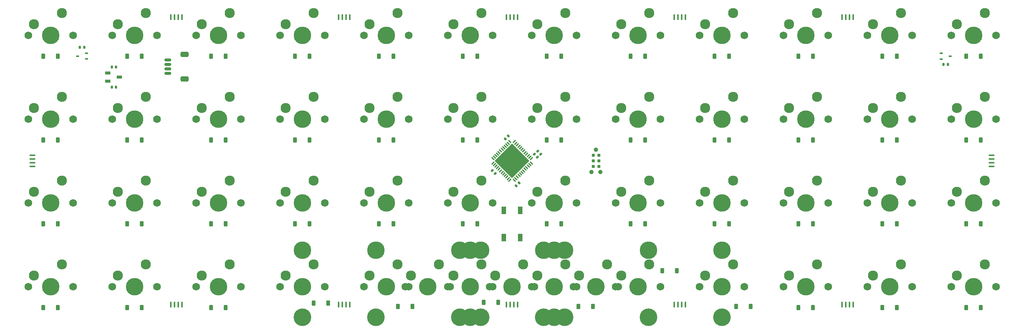
<source format=gbr>
%TF.GenerationSoftware,KiCad,Pcbnew,7.0.6-7.0.6~ubuntu23.04.1*%
%TF.CreationDate,2023-08-05T22:56:31-04:00*%
%TF.ProjectId,Koneko40Ortho,4b6f6e65-6b6f-4343-904f-7274686f2e6b,rev?*%
%TF.SameCoordinates,Original*%
%TF.FileFunction,Soldermask,Bot*%
%TF.FilePolarity,Negative*%
%FSLAX46Y46*%
G04 Gerber Fmt 4.6, Leading zero omitted, Abs format (unit mm)*
G04 Created by KiCad (PCBNEW 7.0.6-7.0.6~ubuntu23.04.1) date 2023-08-05 22:56:31*
%MOMM*%
%LPD*%
G01*
G04 APERTURE LIST*
G04 Aperture macros list*
%AMRoundRect*
0 Rectangle with rounded corners*
0 $1 Rounding radius*
0 $2 $3 $4 $5 $6 $7 $8 $9 X,Y pos of 4 corners*
0 Add a 4 corners polygon primitive as box body*
4,1,4,$2,$3,$4,$5,$6,$7,$8,$9,$2,$3,0*
0 Add four circle primitives for the rounded corners*
1,1,$1+$1,$2,$3*
1,1,$1+$1,$4,$5*
1,1,$1+$1,$6,$7*
1,1,$1+$1,$8,$9*
0 Add four rect primitives between the rounded corners*
20,1,$1+$1,$2,$3,$4,$5,0*
20,1,$1+$1,$4,$5,$6,$7,0*
20,1,$1+$1,$6,$7,$8,$9,0*
20,1,$1+$1,$8,$9,$2,$3,0*%
%AMRotRect*
0 Rectangle, with rotation*
0 The origin of the aperture is its center*
0 $1 length*
0 $2 width*
0 $3 Rotation angle, in degrees counterclockwise*
0 Add horizontal line*
21,1,$1,$2,0,0,$3*%
G04 Aperture macros list end*
%ADD10C,1.750000*%
%ADD11C,3.987800*%
%ADD12C,2.300000*%
%ADD13C,4.000000*%
%ADD14RoundRect,0.105000X0.105000X0.545000X-0.105000X0.545000X-0.105000X-0.545000X0.105000X-0.545000X0*%
%ADD15RoundRect,0.225000X-0.225000X-0.375000X0.225000X-0.375000X0.225000X0.375000X-0.225000X0.375000X0*%
%ADD16RoundRect,0.105000X-0.105000X-0.545000X0.105000X-0.545000X0.105000X0.545000X-0.105000X0.545000X0*%
%ADD17RoundRect,0.062500X-0.220971X-0.309359X0.309359X0.220971X0.220971X0.309359X-0.309359X-0.220971X0*%
%ADD18RoundRect,0.062500X0.220971X-0.309359X0.309359X-0.220971X-0.220971X0.309359X-0.309359X0.220971X0*%
%ADD19RotRect,5.600000X5.600000X45.000000*%
%ADD20R,1.100000X1.800000*%
%ADD21R,0.700000X0.450000*%
%ADD22RoundRect,0.135000X0.135000X0.185000X-0.135000X0.185000X-0.135000X-0.185000X0.135000X-0.185000X0*%
%ADD23RoundRect,0.225000X0.225000X0.375000X-0.225000X0.375000X-0.225000X-0.375000X0.225000X-0.375000X0*%
%ADD24RoundRect,0.140000X-0.021213X0.219203X-0.219203X0.021213X0.021213X-0.219203X0.219203X-0.021213X0*%
%ADD25RoundRect,0.140000X0.021213X-0.219203X0.219203X-0.021213X-0.021213X0.219203X-0.219203X0.021213X0*%
%ADD26C,0.990600*%
%ADD27C,0.787400*%
%ADD28RoundRect,0.140000X-0.219203X-0.021213X-0.021213X-0.219203X0.219203X0.021213X0.021213X0.219203X0*%
%ADD29RoundRect,0.105000X-0.545000X0.105000X-0.545000X-0.105000X0.545000X-0.105000X0.545000X0.105000X0*%
%ADD30RoundRect,0.140000X-0.140000X-0.170000X0.140000X-0.170000X0.140000X0.170000X-0.140000X0.170000X0*%
%ADD31RoundRect,0.135000X-0.135000X-0.185000X0.135000X-0.185000X0.135000X0.185000X-0.135000X0.185000X0*%
%ADD32RoundRect,0.140000X0.219203X0.021213X0.021213X0.219203X-0.219203X-0.021213X-0.021213X-0.219203X0*%
%ADD33R,1.220000X0.650000*%
%ADD34RoundRect,0.105000X0.545000X-0.105000X0.545000X0.105000X-0.545000X0.105000X-0.545000X-0.105000X0*%
%ADD35RoundRect,0.140000X0.140000X0.170000X-0.140000X0.170000X-0.140000X-0.170000X0.140000X-0.170000X0*%
%ADD36RoundRect,0.150000X-0.625000X0.150000X-0.625000X-0.150000X0.625000X-0.150000X0.625000X0.150000X0*%
%ADD37RoundRect,0.250000X-0.650000X0.350000X-0.650000X-0.350000X0.650000X-0.350000X0.650000X0.350000X0*%
G04 APERTURE END LIST*
D10*
%TO.C,SW32*%
X175577500Y-75009375D03*
D11*
X180657500Y-75009375D03*
D10*
X185737500Y-75009375D03*
D12*
X176847500Y-72469375D03*
X183197500Y-69929375D03*
%TD*%
D10*
%TO.C,SW39*%
X80327500Y-94059375D03*
D11*
X85407500Y-94059375D03*
D10*
X90487500Y-94059375D03*
D12*
X81597500Y-91519375D03*
X87947500Y-88979375D03*
%TD*%
D13*
%TO.C,S2*%
X199707500Y-101044375D03*
D11*
X199707500Y-85804375D03*
D13*
X104457500Y-101044375D03*
D11*
X104457500Y-85804375D03*
%TD*%
D10*
%TO.C,SW16*%
X99377500Y-55959375D03*
D11*
X104457500Y-55959375D03*
D10*
X109537500Y-55959375D03*
D12*
X100647500Y-53419375D03*
X106997500Y-50879375D03*
%TD*%
D10*
%TO.C,SW44*%
X175577500Y-94059375D03*
D11*
X180657500Y-94059375D03*
D10*
X185737500Y-94059375D03*
D12*
X176847500Y-91519375D03*
X183197500Y-88979375D03*
%TD*%
D10*
%TO.C,SW11*%
X232727500Y-36909375D03*
D11*
X237807500Y-36909375D03*
D10*
X242887500Y-36909375D03*
D12*
X233997500Y-34369375D03*
X240347500Y-31829375D03*
%TD*%
D11*
%TO.C,SW53*%
X256857500Y-36909375D03*
%TD*%
D10*
%TO.C,SW8*%
X175577500Y-36909375D03*
D11*
X180657500Y-36909375D03*
D10*
X185737500Y-36909375D03*
D12*
X176847500Y-34369375D03*
X183197500Y-31829375D03*
%TD*%
D10*
%TO.C,SW51*%
X166052500Y-94059375D03*
D11*
X171132500Y-94059375D03*
D10*
X176212500Y-94059375D03*
D12*
X167322500Y-91519375D03*
X173672500Y-88979375D03*
%TD*%
D10*
%TO.C,SW22*%
X213677500Y-55959375D03*
D11*
X218757500Y-55959375D03*
D10*
X223837500Y-55959375D03*
D12*
X214947500Y-53419375D03*
X221297500Y-50879375D03*
%TD*%
D10*
%TO.C,SW28*%
X99377500Y-75009375D03*
D11*
X104457500Y-75009375D03*
D10*
X109537500Y-75009375D03*
D12*
X100647500Y-72469375D03*
X106997500Y-69929375D03*
%TD*%
D10*
%TO.C,SW47*%
X232727500Y-94059375D03*
D11*
X237807500Y-94059375D03*
D10*
X242887500Y-94059375D03*
D12*
X233997500Y-91519375D03*
X240347500Y-88979375D03*
%TD*%
D10*
%TO.C,SW46*%
X213677500Y-94059375D03*
D11*
X218757500Y-94059375D03*
D10*
X223837500Y-94059375D03*
D12*
X214947500Y-91519375D03*
X221297500Y-88979375D03*
%TD*%
D13*
%TO.C,S1*%
X163988750Y-101044375D03*
D11*
X163988750Y-85804375D03*
D13*
X140176250Y-101044375D03*
D11*
X140176250Y-85804375D03*
%TD*%
D10*
%TO.C,SW43*%
X156527500Y-94059375D03*
D11*
X161607500Y-94059375D03*
D10*
X166687500Y-94059375D03*
D12*
X157797500Y-91519375D03*
X164147500Y-88979375D03*
%TD*%
D10*
%TO.C,SW10*%
X213677500Y-36909375D03*
D11*
X218757500Y-36909375D03*
D10*
X223837500Y-36909375D03*
D12*
X214947500Y-34369375D03*
X221297500Y-31829375D03*
%TD*%
D13*
%TO.C,S3*%
X142557500Y-101044375D03*
D11*
X142557500Y-85804375D03*
D13*
X104457500Y-101044375D03*
D11*
X104457500Y-85804375D03*
%TD*%
D10*
%TO.C,SW34*%
X213677500Y-75009375D03*
D11*
X218757500Y-75009375D03*
D10*
X223837500Y-75009375D03*
D12*
X214947500Y-72469375D03*
X221297500Y-69929375D03*
%TD*%
D10*
%TO.C,SW29*%
X118427500Y-75009375D03*
D11*
X123507500Y-75009375D03*
D10*
X128587500Y-75009375D03*
D12*
X119697500Y-72469375D03*
X126047500Y-69929375D03*
%TD*%
D10*
%TO.C,SW19*%
X156527500Y-55959375D03*
D11*
X161607500Y-55959375D03*
D10*
X166687500Y-55959375D03*
D12*
X157797500Y-53419375D03*
X164147500Y-50879375D03*
%TD*%
D10*
%TO.C,SW4*%
X99377500Y-36909375D03*
D11*
X104457500Y-36909375D03*
D10*
X109537500Y-36909375D03*
D12*
X100647500Y-34369375D03*
X106997500Y-31829375D03*
%TD*%
D10*
%TO.C,SW49*%
X127881875Y-94059375D03*
D11*
X132961875Y-94059375D03*
D10*
X138041875Y-94059375D03*
D12*
X129151875Y-91519375D03*
X135501875Y-88979375D03*
%TD*%
D10*
%TO.C,SW45*%
X194627500Y-94059375D03*
D11*
X199707500Y-94059375D03*
D10*
X204787500Y-94059375D03*
D12*
X195897500Y-91519375D03*
X202247500Y-88979375D03*
%TD*%
D10*
%TO.C,SW9*%
X194627500Y-36909375D03*
D11*
X199707500Y-36909375D03*
D10*
X204787500Y-36909375D03*
D12*
X195897500Y-34369375D03*
X202247500Y-31829375D03*
%TD*%
D13*
%TO.C,S4*%
X199707500Y-101044375D03*
D11*
X199707500Y-85804375D03*
D13*
X161607500Y-101044375D03*
D11*
X161607500Y-85804375D03*
%TD*%
D10*
%TO.C,SW1*%
X42227500Y-36909375D03*
D11*
X47307500Y-36909375D03*
D10*
X52387500Y-36909375D03*
D12*
X43497500Y-34369375D03*
X49847500Y-31829375D03*
%TD*%
D10*
%TO.C,SW36*%
X251777500Y-75009375D03*
D11*
X256857500Y-75009375D03*
D10*
X261937500Y-75009375D03*
D12*
X253047500Y-72469375D03*
X259397500Y-69929375D03*
%TD*%
D10*
%TO.C,SW33*%
X194627500Y-75009375D03*
D11*
X199707500Y-75009375D03*
D10*
X204787500Y-75009375D03*
D12*
X195897500Y-72469375D03*
X202247500Y-69929375D03*
%TD*%
D10*
%TO.C,SW3*%
X80327500Y-36909375D03*
D11*
X85407500Y-36909375D03*
D10*
X90487500Y-36909375D03*
D12*
X81597500Y-34369375D03*
X87947500Y-31829375D03*
%TD*%
D10*
%TO.C,SW27*%
X80327500Y-75009375D03*
D11*
X85407500Y-75009375D03*
D10*
X90487500Y-75009375D03*
D12*
X81597500Y-72469375D03*
X87947500Y-69929375D03*
%TD*%
D10*
%TO.C,SW12*%
X251777500Y-36909375D03*
D11*
X256857500Y-36909375D03*
D10*
X261937500Y-36909375D03*
D12*
X253047500Y-34369375D03*
X259397500Y-31829375D03*
%TD*%
D10*
%TO.C,SW48*%
X251777500Y-94059375D03*
D11*
X256857500Y-94059375D03*
D10*
X261937500Y-94059375D03*
D12*
X253047500Y-91519375D03*
X259397500Y-88979375D03*
%TD*%
D10*
%TO.C,SW35*%
X232727500Y-75009375D03*
D11*
X237807500Y-75009375D03*
D10*
X242887500Y-75009375D03*
D12*
X233997500Y-72469375D03*
X240347500Y-69929375D03*
%TD*%
D10*
%TO.C,SW13*%
X42227500Y-55959375D03*
D11*
X47307500Y-55959375D03*
D10*
X52387500Y-55959375D03*
D12*
X43497500Y-53419375D03*
X49847500Y-50879375D03*
%TD*%
D10*
%TO.C,SW38*%
X61277500Y-94059375D03*
D11*
X66357500Y-94059375D03*
D10*
X71437500Y-94059375D03*
D12*
X62547500Y-91519375D03*
X68897500Y-88979375D03*
%TD*%
D10*
%TO.C,SW31*%
X156527500Y-75009375D03*
D11*
X161607500Y-75009375D03*
D10*
X166687500Y-75009375D03*
D12*
X157797500Y-72469375D03*
X164147500Y-69929375D03*
%TD*%
D10*
%TO.C,SW50*%
X147002500Y-94059375D03*
D11*
X152082500Y-94059375D03*
D10*
X157162500Y-94059375D03*
D12*
X148272500Y-91519375D03*
X154622500Y-88979375D03*
%TD*%
D10*
%TO.C,SW23*%
X232727500Y-55959375D03*
D11*
X237807500Y-55959375D03*
D10*
X242887500Y-55959375D03*
D12*
X233997500Y-53419375D03*
X240347500Y-50879375D03*
%TD*%
D10*
%TO.C,SW17*%
X118427500Y-55959375D03*
D11*
X123507500Y-55959375D03*
D10*
X128587500Y-55959375D03*
D12*
X119697500Y-53419375D03*
X126047500Y-50879375D03*
%TD*%
D10*
%TO.C,SW25*%
X42227500Y-75009375D03*
D11*
X47307500Y-75009375D03*
D10*
X52387500Y-75009375D03*
D12*
X43497500Y-72469375D03*
X49847500Y-69929375D03*
%TD*%
D13*
%TO.C,S6*%
X183038750Y-101044375D03*
D11*
X183038750Y-85804375D03*
D13*
X159226250Y-101044375D03*
D11*
X159226250Y-85804375D03*
%TD*%
D10*
%TO.C,SW5*%
X118427500Y-36909375D03*
D11*
X123507500Y-36909375D03*
D10*
X128587500Y-36909375D03*
D12*
X119697500Y-34369375D03*
X126047500Y-31829375D03*
%TD*%
D11*
%TO.C,SW52*%
X47307500Y-36909375D03*
%TD*%
D10*
%TO.C,SW7*%
X156527500Y-36909375D03*
D11*
X161607500Y-36909375D03*
D10*
X166687500Y-36909375D03*
D12*
X157797500Y-34369375D03*
X164147500Y-31829375D03*
%TD*%
D10*
%TO.C,SW30*%
X137477500Y-75009375D03*
D11*
X142557500Y-75009375D03*
D10*
X147637500Y-75009375D03*
D12*
X138747500Y-72469375D03*
X145097500Y-69929375D03*
%TD*%
D10*
%TO.C,SW2*%
X61277500Y-36909375D03*
D11*
X66357500Y-36909375D03*
D10*
X71437500Y-36909375D03*
D12*
X62547500Y-34369375D03*
X68897500Y-31829375D03*
%TD*%
D10*
%TO.C,SW42*%
X137477500Y-94059375D03*
D11*
X142557500Y-94059375D03*
D10*
X147637500Y-94059375D03*
D12*
X138747500Y-91519375D03*
X145097500Y-88979375D03*
%TD*%
D10*
%TO.C,SW15*%
X80327500Y-55959375D03*
D11*
X85407500Y-55959375D03*
D10*
X90487500Y-55959375D03*
D12*
X81597500Y-53419375D03*
X87947500Y-50879375D03*
%TD*%
D10*
%TO.C,SW24*%
X251777500Y-55959375D03*
D11*
X256857500Y-55959375D03*
D10*
X261937500Y-55959375D03*
D12*
X253047500Y-53419375D03*
X259397500Y-50879375D03*
%TD*%
D10*
%TO.C,SW18*%
X137477500Y-55959375D03*
D11*
X142557500Y-55959375D03*
D10*
X147637500Y-55959375D03*
D12*
X138747500Y-53419375D03*
X145097500Y-50879375D03*
%TD*%
D10*
%TO.C,SW21*%
X194627500Y-55959375D03*
D11*
X199707500Y-55959375D03*
D10*
X204787500Y-55959375D03*
D12*
X195897500Y-53419375D03*
X202247500Y-50879375D03*
%TD*%
D10*
%TO.C,SW40*%
X99377500Y-94059375D03*
D11*
X104457500Y-94059375D03*
D10*
X109537500Y-94059375D03*
D12*
X100647500Y-91519375D03*
X106997500Y-88979375D03*
%TD*%
D10*
%TO.C,SW26*%
X61277500Y-75009375D03*
D11*
X66357500Y-75009375D03*
D10*
X71437500Y-75009375D03*
D12*
X62547500Y-72469375D03*
X68897500Y-69929375D03*
%TD*%
D10*
%TO.C,SW41*%
X118427500Y-94059375D03*
D11*
X123507500Y-94059375D03*
D10*
X128587500Y-94059375D03*
D12*
X119697500Y-91519375D03*
X126047500Y-88979375D03*
%TD*%
D10*
%TO.C,SW37*%
X42227500Y-94059375D03*
D11*
X47307500Y-94059375D03*
D10*
X52387500Y-94059375D03*
D12*
X43497500Y-91519375D03*
X49847500Y-88979375D03*
%TD*%
D10*
%TO.C,SW20*%
X175577500Y-55959375D03*
D11*
X180657500Y-55959375D03*
D10*
X185737500Y-55959375D03*
D12*
X176847500Y-53419375D03*
X183197500Y-50879375D03*
%TD*%
D10*
%TO.C,SW6*%
X137477500Y-36909375D03*
D11*
X142557500Y-36909375D03*
D10*
X147637500Y-36909375D03*
D12*
X138747500Y-34369375D03*
X145097500Y-31829375D03*
%TD*%
D10*
%TO.C,SW14*%
X61277500Y-55959375D03*
D11*
X66357500Y-55959375D03*
D10*
X71437500Y-55959375D03*
D12*
X62547500Y-53419375D03*
X68897500Y-50879375D03*
%TD*%
D13*
%TO.C,S5*%
X144938750Y-101044375D03*
D11*
X144938750Y-85804375D03*
D13*
X121126250Y-101044375D03*
D11*
X121126250Y-85804375D03*
%TD*%
D14*
%TO.C,LED3*%
X153355000Y-98171875D03*
X152505000Y-98171875D03*
X151655000Y-98171875D03*
X150805000Y-98171875D03*
%TD*%
D15*
%TO.C,D37*%
X45657500Y-98821875D03*
X48957500Y-98821875D03*
%TD*%
D16*
%TO.C,LED8*%
X112710000Y-32796875D03*
X113560000Y-32796875D03*
X114410000Y-32796875D03*
X115260000Y-32796875D03*
%TD*%
D15*
%TO.C,D27*%
X83757500Y-79771875D03*
X87057500Y-79771875D03*
%TD*%
%TO.C,D13*%
X45657500Y-60721875D03*
X48957500Y-60721875D03*
%TD*%
%TO.C,D10*%
X217107500Y-41671875D03*
X220407500Y-41671875D03*
%TD*%
%TO.C,D22*%
X217107500Y-60721875D03*
X220407500Y-60721875D03*
%TD*%
%TO.C,D30*%
X140907500Y-79771875D03*
X144207500Y-79771875D03*
%TD*%
D17*
%TO.C,U2*%
X151596364Y-69859598D03*
X151242811Y-69506045D03*
X150889257Y-69152491D03*
X150535704Y-68798938D03*
X150182151Y-68445385D03*
X149828597Y-68091831D03*
X149475044Y-67738278D03*
X149121490Y-67384724D03*
X148767937Y-67031171D03*
X148414384Y-66677618D03*
X148060830Y-66324064D03*
X147707277Y-65970511D03*
D18*
X147707277Y-64998239D03*
X148060830Y-64644686D03*
X148414384Y-64291132D03*
X148767937Y-63937579D03*
X149121490Y-63584026D03*
X149475044Y-63230472D03*
X149828597Y-62876919D03*
X150182151Y-62523365D03*
X150535704Y-62169812D03*
X150889257Y-61816259D03*
X151242811Y-61462705D03*
X151596364Y-61109152D03*
D17*
X152568636Y-61109152D03*
X152922189Y-61462705D03*
X153275743Y-61816259D03*
X153629296Y-62169812D03*
X153982849Y-62523365D03*
X154336403Y-62876919D03*
X154689956Y-63230472D03*
X155043510Y-63584026D03*
X155397063Y-63937579D03*
X155750616Y-64291132D03*
X156104170Y-64644686D03*
X156457723Y-64998239D03*
D18*
X156457723Y-65970511D03*
X156104170Y-66324064D03*
X155750616Y-66677618D03*
X155397063Y-67031171D03*
X155043510Y-67384724D03*
X154689956Y-67738278D03*
X154336403Y-68091831D03*
X153982849Y-68445385D03*
X153629296Y-68798938D03*
X153275743Y-69152491D03*
X152922189Y-69506045D03*
X152568636Y-69859598D03*
D19*
X152082500Y-65484375D03*
%TD*%
D15*
%TO.C,D18*%
X140907500Y-60721875D03*
X144207500Y-60721875D03*
%TD*%
D20*
%TO.C,SW73*%
X153932500Y-82935375D03*
X153932500Y-76735375D03*
X150232500Y-82935375D03*
X150232500Y-76735375D03*
%TD*%
D16*
%TO.C,LED9*%
X150810000Y-32796875D03*
X151660000Y-32796875D03*
X152510000Y-32796875D03*
X153360000Y-32796875D03*
%TD*%
D21*
%TO.C,Q3*%
X55451250Y-41021875D03*
X55451250Y-42321875D03*
X53451250Y-41671875D03*
%TD*%
D14*
%TO.C,LED5*%
X77155000Y-98171875D03*
X76305000Y-98171875D03*
X75455000Y-98171875D03*
X74605000Y-98171875D03*
%TD*%
D15*
%TO.C,D2*%
X64707500Y-41671875D03*
X68007500Y-41671875D03*
%TD*%
%TO.C,D19*%
X159957500Y-60721875D03*
X163257500Y-60721875D03*
%TD*%
D22*
%TO.C,R5*%
X54961250Y-39671875D03*
X53941250Y-39671875D03*
%TD*%
D15*
%TO.C,D46*%
X217107500Y-98821875D03*
X220407500Y-98821875D03*
%TD*%
D14*
%TO.C,LED2*%
X191455000Y-98171875D03*
X190605000Y-98171875D03*
X189755000Y-98171875D03*
X188905000Y-98171875D03*
%TD*%
D15*
%TO.C,D32*%
X179007500Y-79771875D03*
X182307500Y-79771875D03*
%TD*%
%TO.C,D8*%
X179007500Y-41671875D03*
X182307500Y-41671875D03*
%TD*%
D23*
%TO.C,D42*%
X148970000Y-97631250D03*
X145670000Y-97631250D03*
%TD*%
%TO.C,D44*%
X189451250Y-90487500D03*
X186151250Y-90487500D03*
%TD*%
D15*
%TO.C,D31*%
X159957500Y-79771875D03*
X163257500Y-79771875D03*
%TD*%
D23*
%TO.C,D41*%
X129432500Y-98584375D03*
X126132500Y-98584375D03*
%TD*%
D24*
%TO.C,C4*%
X151181911Y-59784964D03*
X150503089Y-60463786D03*
%TD*%
D25*
%TO.C,C3*%
X153023089Y-71183786D03*
X153701911Y-70504964D03*
%TD*%
D26*
%TO.C,J2*%
X171132500Y-62944375D03*
X172148500Y-68024375D03*
X170116500Y-68024375D03*
D27*
X171767500Y-64214375D03*
X170497500Y-64214375D03*
X171767500Y-65484375D03*
X170497500Y-65484375D03*
X171767500Y-66754375D03*
X170497500Y-66754375D03*
%TD*%
D15*
%TO.C,D25*%
X45657500Y-79771875D03*
X48957500Y-79771875D03*
%TD*%
%TO.C,D23*%
X236157500Y-60721875D03*
X239457500Y-60721875D03*
%TD*%
D23*
%TO.C,D40*%
X110350000Y-97854375D03*
X107050000Y-97854375D03*
%TD*%
D28*
%TO.C,C5*%
X147543089Y-67644964D03*
X148221911Y-68323786D03*
%TD*%
D15*
%TO.C,D14*%
X64707500Y-60721875D03*
X68007500Y-60721875D03*
%TD*%
D29*
%TO.C,LED12*%
X260970000Y-64211875D03*
X260970000Y-65061875D03*
X260970000Y-65911875D03*
X260970000Y-66761875D03*
%TD*%
D16*
%TO.C,LED10*%
X188910000Y-32796875D03*
X189760000Y-32796875D03*
X190610000Y-32796875D03*
X191460000Y-32796875D03*
%TD*%
D23*
%TO.C,D43*%
X170432500Y-98584375D03*
X167132500Y-98584375D03*
%TD*%
D15*
%TO.C,D48*%
X255207500Y-98821875D03*
X258507500Y-98821875D03*
%TD*%
%TO.C,D34*%
X217107500Y-79771875D03*
X220407500Y-79771875D03*
%TD*%
%TO.C,D39*%
X83757500Y-98821875D03*
X87057500Y-98821875D03*
%TD*%
D30*
%TO.C,C15*%
X61178500Y-44150000D03*
X62138500Y-44150000D03*
%TD*%
D15*
%TO.C,D16*%
X102807500Y-60721875D03*
X106107500Y-60721875D03*
%TD*%
%TO.C,D7*%
X159957500Y-41671875D03*
X163257500Y-41671875D03*
%TD*%
%TO.C,D47*%
X236157500Y-98821875D03*
X239457500Y-98821875D03*
%TD*%
%TO.C,D3*%
X83757500Y-41671875D03*
X87057500Y-41671875D03*
%TD*%
%TO.C,D11*%
X236157500Y-41671875D03*
X239457500Y-41671875D03*
%TD*%
%TO.C,D29*%
X121857500Y-79771875D03*
X125157500Y-79771875D03*
%TD*%
%TO.C,D1*%
X45657500Y-41671875D03*
X48957500Y-41671875D03*
%TD*%
%TO.C,D38*%
X64707500Y-98821875D03*
X68007500Y-98821875D03*
%TD*%
%TO.C,D21*%
X198057500Y-60721875D03*
X201357500Y-60721875D03*
%TD*%
%TO.C,D24*%
X255207500Y-60721875D03*
X258507500Y-60721875D03*
%TD*%
%TO.C,D35*%
X236157500Y-79771875D03*
X239457500Y-79771875D03*
%TD*%
D31*
%TO.C,R6*%
X250022900Y-43589575D03*
X251042900Y-43589575D03*
%TD*%
D15*
%TO.C,D15*%
X83757500Y-60721875D03*
X87057500Y-60721875D03*
%TD*%
D21*
%TO.C,Q2*%
X249532900Y-42334575D03*
X249532900Y-41034575D03*
X251532900Y-41684575D03*
%TD*%
D15*
%TO.C,D20*%
X179007500Y-60721875D03*
X182307500Y-60721875D03*
%TD*%
D32*
%TO.C,C2*%
X158551911Y-63933786D03*
X157873089Y-63254964D03*
%TD*%
D15*
%TO.C,D5*%
X121857500Y-41671875D03*
X125157500Y-41671875D03*
%TD*%
D33*
%TO.C,U4*%
X60262500Y-47400000D03*
X60262500Y-45500000D03*
X62882500Y-46450000D03*
%TD*%
D34*
%TO.C,LED6*%
X43195000Y-66756875D03*
X43195000Y-65906875D03*
X43195000Y-65056875D03*
X43195000Y-64206875D03*
%TD*%
D16*
%TO.C,LED7*%
X74610000Y-32796875D03*
X75460000Y-32796875D03*
X76310000Y-32796875D03*
X77160000Y-32796875D03*
%TD*%
D14*
%TO.C,LED4*%
X115255000Y-98171875D03*
X114405000Y-98171875D03*
X113555000Y-98171875D03*
X112705000Y-98171875D03*
%TD*%
D32*
%TO.C,C1*%
X157851911Y-64633786D03*
X157173089Y-63954964D03*
%TD*%
D15*
%TO.C,D17*%
X121857500Y-60721875D03*
X125157500Y-60721875D03*
%TD*%
%TO.C,D36*%
X255207500Y-79771875D03*
X258507500Y-79771875D03*
%TD*%
%TO.C,D33*%
X198057500Y-79771875D03*
X201357500Y-79771875D03*
%TD*%
%TO.C,D9*%
X198057500Y-41671875D03*
X201357500Y-41671875D03*
%TD*%
D35*
%TO.C,C13*%
X62138500Y-48720375D03*
X61178500Y-48720375D03*
%TD*%
D15*
%TO.C,D12*%
X255207500Y-41671875D03*
X258507500Y-41671875D03*
%TD*%
D14*
%TO.C,LED1*%
X229555000Y-98171875D03*
X228705000Y-98171875D03*
X227855000Y-98171875D03*
X227005000Y-98171875D03*
%TD*%
D16*
%TO.C,LED11*%
X227010000Y-32796875D03*
X227860000Y-32796875D03*
X228710000Y-32796875D03*
X229560000Y-32796875D03*
%TD*%
D15*
%TO.C,D26*%
X64707500Y-79771875D03*
X68007500Y-79771875D03*
%TD*%
%TO.C,D4*%
X102807500Y-41671875D03*
X106107500Y-41671875D03*
%TD*%
D36*
%TO.C,J1*%
X73882500Y-42553125D03*
X73882500Y-43553125D03*
X73882500Y-44553125D03*
X73882500Y-45553125D03*
D37*
X77757500Y-41253125D03*
X77757500Y-46853125D03*
%TD*%
D15*
%TO.C,D28*%
X102807500Y-79771875D03*
X106107500Y-79771875D03*
%TD*%
%TO.C,D6*%
X140907500Y-41671875D03*
X144207500Y-41671875D03*
%TD*%
D23*
%TO.C,D45*%
X206232500Y-98584375D03*
X202932500Y-98584375D03*
%TD*%
M02*

</source>
